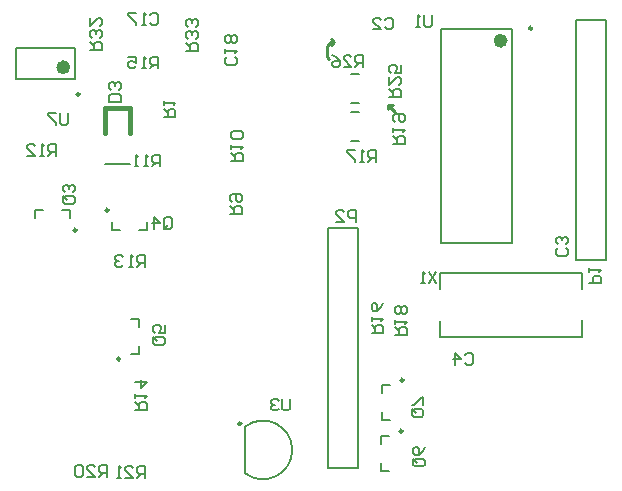
<source format=gbo>
%FSLAX24Y24*%
%MOIN*%
G70*
G01*
G75*
G04 Layer_Color=32896*
%ADD10R,0.0118X0.0295*%
%ADD11R,0.0236X0.0886*%
%ADD12R,0.0591X0.0295*%
%ADD13R,0.0295X0.0591*%
%ADD14R,0.0354X0.0315*%
%ADD15R,0.0315X0.0354*%
%ADD16R,0.0433X0.0492*%
%ADD17R,0.0492X0.0433*%
%ADD18R,0.0480X0.0358*%
%ADD19R,0.0358X0.0480*%
%ADD20R,0.0906X0.0906*%
%ADD21R,0.0354X0.0315*%
%ADD22R,0.0197X0.0236*%
%ADD23R,0.0236X0.0197*%
%ADD24R,0.0827X0.0315*%
%ADD25R,0.0984X0.0315*%
%ADD26R,0.0315X0.0354*%
%ADD27R,0.0886X0.0236*%
%ADD28C,0.0335*%
%ADD29R,0.0846X0.0335*%
%ADD30R,0.0335X0.0846*%
%ADD31C,0.0197*%
%ADD32C,0.0118*%
%ADD33C,0.0157*%
%ADD34C,0.0177*%
%ADD35C,0.0138*%
%ADD36C,0.0591*%
%ADD37R,0.0591X0.0591*%
%ADD38O,0.0669X0.1181*%
%ADD39C,0.0500*%
%ADD40C,0.0394*%
%ADD41R,0.0630X0.1063*%
%ADD42R,0.2165X0.0827*%
%ADD43R,0.0906X0.0236*%
%ADD44C,0.0100*%
%ADD45C,0.0098*%
%ADD46C,0.0236*%
%ADD47C,0.0394*%
%ADD48C,0.0039*%
%ADD49C,0.0079*%
%ADD50C,0.0150*%
%ADD51C,0.0050*%
%ADD52C,0.0070*%
%ADD53C,0.0069*%
%ADD54R,0.0198X0.0375*%
%ADD55R,0.0316X0.0966*%
%ADD56R,0.0671X0.0375*%
%ADD57R,0.0375X0.0671*%
%ADD58R,0.0434X0.0395*%
%ADD59R,0.0395X0.0434*%
%ADD60R,0.0513X0.0572*%
%ADD61R,0.0572X0.0513*%
%ADD62R,0.0560X0.0438*%
%ADD63R,0.0438X0.0560*%
%ADD64R,0.0986X0.0986*%
%ADD65R,0.0434X0.0395*%
%ADD66R,0.0277X0.0316*%
%ADD67R,0.0316X0.0277*%
%ADD68R,0.0907X0.0395*%
%ADD69R,0.1064X0.0395*%
%ADD70R,0.0395X0.0434*%
%ADD71R,0.0966X0.0316*%
%ADD72C,0.0415*%
%ADD73R,0.0926X0.0415*%
%ADD74R,0.0415X0.0926*%
%ADD75C,0.0671*%
%ADD76R,0.0671X0.0671*%
%ADD77O,0.0749X0.1261*%
%ADD78C,0.0580*%
%ADD79R,0.0710X0.1143*%
%ADD80R,0.2245X0.0907*%
%ADD81R,0.0986X0.0316*%
%ADD82C,0.0474*%
D44*
X10866Y14646D02*
X10965Y14744D01*
Y14744D01*
X10866Y14843D02*
X10965Y14744D01*
X10846D02*
X10965D01*
X12756Y12520D02*
Y12638D01*
X12913D01*
X10709Y14606D02*
X10846Y14744D01*
X10709Y14252D02*
X10787Y14173D01*
X10709Y14252D02*
Y14606D01*
X12756Y12638D02*
X12992Y12402D01*
X4140Y12525D02*
X4144Y12521D01*
D45*
X7864Y2018D02*
G03*
X7864Y2018I-49J0D01*
G01*
X2472Y12992D02*
G03*
X2472Y12992I-49J0D01*
G01*
X13238Y1772D02*
G03*
X13238Y1772I-49J0D01*
G01*
X3829Y4173D02*
G03*
X3829Y4173I-49J0D01*
G01*
X3435Y9134D02*
G03*
X3435Y9134I-49J0D01*
G01*
X2372Y8465D02*
G03*
X2372Y8465I-49J0D01*
G01*
X13278Y3465D02*
G03*
X13278Y3465I-49J0D01*
G01*
X17559Y15199D02*
G03*
X17559Y15199I-49J0D01*
G01*
D46*
X2047Y13898D02*
G03*
X2047Y13898I-118J0D01*
G01*
X16624Y14783D02*
G03*
X16624Y14783I-118J0D01*
G01*
D49*
X7992Y362D02*
G03*
X7992Y1921I591J780D01*
G01*
X7992Y362D02*
Y1921D01*
X354Y13504D02*
X2323D01*
X354Y14528D02*
X2323D01*
Y13504D02*
Y14528D01*
X354Y13504D02*
Y14528D01*
X11535Y13681D02*
X11772D01*
X11535Y12697D02*
X11772D01*
X11535Y12421D02*
X11772D01*
X11535Y11437D02*
X11772D01*
X12520Y1614D02*
X12795D01*
X12520Y1339D02*
Y1614D01*
Y433D02*
X12795D01*
X12520D02*
Y709D01*
X4173Y4331D02*
X4449D01*
Y4606D01*
X4173Y5512D02*
X4449D01*
Y5236D02*
Y5512D01*
X3543Y8465D02*
Y8740D01*
Y8465D02*
X3819D01*
X4724D02*
Y8740D01*
X4449Y8465D02*
X4724D01*
X2165Y8858D02*
Y9134D01*
X1890D02*
X2165D01*
X984Y8858D02*
Y9134D01*
X1260D01*
X11760Y524D02*
Y8524D01*
X10760Y524D02*
X11760D01*
X10760D02*
Y8524D01*
X11760D01*
X19028Y7461D02*
Y15461D01*
X20028D01*
Y7461D02*
Y15461D01*
X19028Y7461D02*
X20028D01*
X14488Y7047D02*
X19213D01*
X14488Y4921D02*
X19213D01*
X14488Y6516D02*
Y7047D01*
X19213Y6516D02*
Y7047D01*
X14488Y4921D02*
Y5433D01*
X19213Y4921D02*
Y5463D01*
X12559Y3307D02*
X12835D01*
X12559Y3031D02*
Y3307D01*
Y2126D02*
X12835D01*
X12559D02*
Y2402D01*
X16900Y8051D02*
Y15177D01*
X14518Y8051D02*
Y15177D01*
X16900D01*
X14518Y8051D02*
X16900D01*
D50*
X3337Y12525D02*
X4140D01*
X4144Y11703D02*
Y12521D01*
X3337Y11703D02*
Y12525D01*
D51*
Y10675D02*
X4144D01*
D53*
X9498Y2850D02*
Y2522D01*
X9432Y2457D01*
X9301D01*
X9235Y2522D01*
Y2850D01*
X9104Y2785D02*
X9039Y2850D01*
X8907D01*
X8842Y2785D01*
Y2719D01*
X8907Y2654D01*
X8973D01*
X8907D01*
X8842Y2588D01*
Y2522D01*
X8907Y2457D01*
X9039D01*
X9104Y2522D01*
X2087Y12362D02*
Y12034D01*
X2021Y11968D01*
X1890D01*
X1824Y12034D01*
Y12362D01*
X1693D02*
X1431D01*
Y12296D01*
X1693Y12034D01*
Y11968D01*
X6024Y14449D02*
X6417D01*
Y14646D01*
X6352Y14711D01*
X6220D01*
X6155Y14646D01*
Y14449D01*
Y14580D02*
X6024Y14711D01*
X6352Y14842D02*
X6417Y14908D01*
Y15039D01*
X6352Y15105D01*
X6286D01*
X6220Y15039D01*
Y14974D01*
Y15039D01*
X6155Y15105D01*
X6089D01*
X6024Y15039D01*
Y14908D01*
X6089Y14842D01*
X6352Y15236D02*
X6417Y15302D01*
Y15433D01*
X6352Y15498D01*
X6286D01*
X6220Y15433D01*
Y15367D01*
Y15433D01*
X6155Y15498D01*
X6089D01*
X6024Y15433D01*
Y15302D01*
X6089Y15236D01*
X2835Y14488D02*
X3228D01*
Y14685D01*
X3163Y14751D01*
X3031D01*
X2966Y14685D01*
Y14488D01*
Y14619D02*
X2835Y14751D01*
X3163Y14882D02*
X3228Y14947D01*
Y15079D01*
X3163Y15144D01*
X3097D01*
X3031Y15079D01*
Y15013D01*
Y15079D01*
X2966Y15144D01*
X2900D01*
X2835Y15079D01*
Y14947D01*
X2900Y14882D01*
X2835Y15538D02*
Y15275D01*
X3097Y15538D01*
X3163D01*
X3228Y15472D01*
Y15341D01*
X3163Y15275D01*
X7651Y14239D02*
X7716Y14173D01*
Y14042D01*
X7651Y13976D01*
X7388D01*
X7323Y14042D01*
Y14173D01*
X7388Y14239D01*
X7323Y14370D02*
Y14501D01*
Y14436D01*
X7716D01*
X7651Y14370D01*
Y14698D02*
X7716Y14764D01*
Y14895D01*
X7651Y14960D01*
X7585D01*
X7520Y14895D01*
X7454Y14960D01*
X7388D01*
X7323Y14895D01*
Y14764D01*
X7388Y14698D01*
X7454D01*
X7520Y14764D01*
X7585Y14698D01*
X7651D01*
X7520Y14764D02*
Y14895D01*
X4816Y15643D02*
X4882Y15709D01*
X5013D01*
X5079Y15643D01*
Y15381D01*
X5013Y15315D01*
X4882D01*
X4816Y15381D01*
X4685Y15315D02*
X4554D01*
X4620D01*
Y15709D01*
X4685Y15643D01*
X4357Y15709D02*
X4095D01*
Y15643D01*
X4357Y15381D01*
Y15315D01*
X11929Y13898D02*
Y14291D01*
X11732D01*
X11667Y14226D01*
Y14094D01*
X11732Y14029D01*
X11929D01*
X11798D02*
X11667Y13898D01*
X11273D02*
X11536D01*
X11273Y14160D01*
Y14226D01*
X11339Y14291D01*
X11470D01*
X11536Y14226D01*
X10880Y14291D02*
X11011Y14226D01*
X11142Y14094D01*
Y13963D01*
X11076Y13898D01*
X10945D01*
X10880Y13963D01*
Y14029D01*
X10945Y14094D01*
X11142D01*
X12795Y12913D02*
X13189D01*
Y13110D01*
X13123Y13176D01*
X12992D01*
X12926Y13110D01*
Y12913D01*
Y13045D02*
X12795Y13176D01*
Y13569D02*
Y13307D01*
X13058Y13569D01*
X13123D01*
X13189Y13504D01*
Y13373D01*
X13123Y13307D01*
X13189Y13963D02*
Y13701D01*
X12992D01*
X13058Y13832D01*
Y13897D01*
X12992Y13963D01*
X12861D01*
X12795Y13897D01*
Y13766D01*
X12861Y13701D01*
X4646Y197D02*
Y590D01*
X4449D01*
X4383Y525D01*
Y394D01*
X4449Y328D01*
X4646D01*
X4514D02*
X4383Y197D01*
X3990D02*
X4252D01*
X3990Y459D01*
Y525D01*
X4055Y590D01*
X4187D01*
X4252Y525D01*
X3859Y197D02*
X3727D01*
X3793D01*
Y590D01*
X3859Y525D01*
X3386Y236D02*
Y630D01*
X3189D01*
X3123Y564D01*
Y433D01*
X3189Y367D01*
X3386D01*
X3255D02*
X3123Y236D01*
X2730D02*
X2992D01*
X2730Y499D01*
Y564D01*
X2795Y630D01*
X2927D01*
X2992Y564D01*
X2599D02*
X2533Y630D01*
X2402D01*
X2336Y564D01*
Y302D01*
X2402Y236D01*
X2533D01*
X2599Y302D01*
Y564D01*
X12913Y11339D02*
X13307D01*
Y11535D01*
X13241Y11601D01*
X13110D01*
X13045Y11535D01*
Y11339D01*
Y11470D02*
X12913Y11601D01*
Y11732D02*
Y11863D01*
Y11798D01*
X13307D01*
X13241Y11732D01*
X12979Y12060D02*
X12913Y12126D01*
Y12257D01*
X12979Y12323D01*
X13241D01*
X13307Y12257D01*
Y12126D01*
X13241Y12060D01*
X13176D01*
X13110Y12126D01*
Y12323D01*
X12992Y4961D02*
X13386D01*
Y5157D01*
X13320Y5223D01*
X13189D01*
X13123Y5157D01*
Y4961D01*
Y5092D02*
X12992Y5223D01*
Y5354D02*
Y5485D01*
Y5420D01*
X13386D01*
X13320Y5354D01*
Y5682D02*
X13386Y5748D01*
Y5879D01*
X13320Y5945D01*
X13255D01*
X13189Y5879D01*
X13123Y5945D01*
X13058D01*
X12992Y5879D01*
Y5748D01*
X13058Y5682D01*
X13123D01*
X13189Y5748D01*
X13255Y5682D01*
X13320D01*
X13189Y5748D02*
Y5879D01*
X12362Y10748D02*
Y11142D01*
X12165D01*
X12100Y11076D01*
Y10945D01*
X12165Y10879D01*
X12362D01*
X12231D02*
X12100Y10748D01*
X11969D02*
X11837D01*
X11903D01*
Y11142D01*
X11969Y11076D01*
X11641Y11142D02*
X11378D01*
Y11076D01*
X11641Y10814D01*
Y10748D01*
X5079Y13858D02*
Y14252D01*
X4882D01*
X4816Y14186D01*
Y14055D01*
X4882Y13989D01*
X5079D01*
X4948D02*
X4816Y13858D01*
X4685D02*
X4554D01*
X4620D01*
Y14252D01*
X4685Y14186D01*
X4095Y14252D02*
X4357D01*
Y14055D01*
X4226Y14121D01*
X4160D01*
X4095Y14055D01*
Y13924D01*
X4160Y13858D01*
X4292D01*
X4357Y13924D01*
X4331Y2480D02*
X4724D01*
Y2677D01*
X4659Y2743D01*
X4527D01*
X4462Y2677D01*
Y2480D01*
Y2612D02*
X4331Y2743D01*
Y2874D02*
Y3005D01*
Y2939D01*
X4724D01*
X4659Y2874D01*
X4331Y3399D02*
X4724D01*
X4527Y3202D01*
Y3464D01*
X4646Y7244D02*
Y7638D01*
X4449D01*
X4383Y7572D01*
Y7441D01*
X4449Y7375D01*
X4646D01*
X4514D02*
X4383Y7244D01*
X4252D02*
X4121D01*
X4187D01*
Y7638D01*
X4252Y7572D01*
X3924D02*
X3859Y7638D01*
X3727D01*
X3662Y7572D01*
Y7506D01*
X3727Y7441D01*
X3793D01*
X3727D01*
X3662Y7375D01*
Y7310D01*
X3727Y7244D01*
X3859D01*
X3924Y7310D01*
X1693Y10945D02*
Y11338D01*
X1496D01*
X1431Y11273D01*
Y11142D01*
X1496Y11076D01*
X1693D01*
X1562D02*
X1431Y10945D01*
X1299D02*
X1168D01*
X1234D01*
Y11338D01*
X1299Y11273D01*
X709Y10945D02*
X971D01*
X709Y11207D01*
Y11273D01*
X775Y11338D01*
X906D01*
X971Y11273D01*
X5157Y10591D02*
Y10984D01*
X4961D01*
X4895Y10919D01*
Y10787D01*
X4961Y10722D01*
X5157D01*
X5026D02*
X4895Y10591D01*
X4764D02*
X4633D01*
X4698D01*
Y10984D01*
X4764Y10919D01*
X4436Y10591D02*
X4305D01*
X4370D01*
Y10984D01*
X4436Y10919D01*
X7520Y10787D02*
X7913D01*
Y10984D01*
X7848Y11050D01*
X7716D01*
X7651Y10984D01*
Y10787D01*
Y10919D02*
X7520Y11050D01*
Y11181D02*
Y11312D01*
Y11247D01*
X7913D01*
X7848Y11181D01*
Y11509D02*
X7913Y11575D01*
Y11706D01*
X7848Y11771D01*
X7585D01*
X7520Y11706D01*
Y11575D01*
X7585Y11509D01*
X7848D01*
X7480Y9016D02*
X7874D01*
Y9213D01*
X7808Y9278D01*
X7677D01*
X7612Y9213D01*
Y9016D01*
Y9147D02*
X7480Y9278D01*
X7546Y9409D02*
X7480Y9475D01*
Y9606D01*
X7546Y9672D01*
X7808D01*
X7874Y9606D01*
Y9475D01*
X7808Y9409D01*
X7743D01*
X7677Y9475D01*
Y9672D01*
X5276Y12244D02*
X5669D01*
Y12441D01*
X5604Y12506D01*
X5472D01*
X5407Y12441D01*
Y12244D01*
Y12375D02*
X5276Y12506D01*
Y12638D02*
Y12769D01*
Y12703D01*
X5669D01*
X5604Y12638D01*
X13648Y853D02*
X13911D01*
X13976Y787D01*
Y656D01*
X13911Y591D01*
X13648D01*
X13583Y656D01*
Y787D01*
X13714Y722D02*
X13583Y853D01*
Y787D02*
X13648Y853D01*
X13976Y1247D02*
X13911Y1115D01*
X13779Y984D01*
X13648D01*
X13583Y1050D01*
Y1181D01*
X13648Y1247D01*
X13714D01*
X13779Y1181D01*
Y984D01*
X4987Y4908D02*
X5249D01*
X5315Y4842D01*
Y4711D01*
X5249Y4646D01*
X4987D01*
X4921Y4711D01*
Y4842D01*
X5052Y4777D02*
X4921Y4908D01*
Y4842D02*
X4987Y4908D01*
X5315Y5302D02*
Y5039D01*
X5118D01*
X5184Y5170D01*
Y5236D01*
X5118Y5302D01*
X4987D01*
X4921Y5236D01*
Y5105D01*
X4987Y5039D01*
X5289Y8570D02*
Y8832D01*
X5354Y8898D01*
X5486D01*
X5551Y8832D01*
Y8570D01*
X5486Y8504D01*
X5354D01*
X5420Y8635D02*
X5289Y8504D01*
X5354D02*
X5289Y8570D01*
X4961Y8504D02*
Y8898D01*
X5158Y8701D01*
X4895D01*
X1995Y9593D02*
X2257D01*
X2323Y9528D01*
Y9396D01*
X2257Y9331D01*
X1995D01*
X1929Y9396D01*
Y9528D01*
X2060Y9462D02*
X1929Y9593D01*
Y9528D02*
X1995Y9593D01*
X2257Y9724D02*
X2323Y9790D01*
Y9921D01*
X2257Y9987D01*
X2192D01*
X2126Y9921D01*
Y9855D01*
Y9921D01*
X2060Y9987D01*
X1995D01*
X1929Y9921D01*
Y9790D01*
X1995Y9724D01*
X11693Y8740D02*
Y9134D01*
X11496D01*
X11431Y9068D01*
Y8937D01*
X11496Y8871D01*
X11693D01*
X11037Y8740D02*
X11299D01*
X11037Y9003D01*
Y9068D01*
X11103Y9134D01*
X11234D01*
X11299Y9068D01*
X19449Y6693D02*
X19842D01*
Y6890D01*
X19777Y6955D01*
X19646D01*
X19580Y6890D01*
Y6693D01*
X19449Y7086D02*
Y7218D01*
Y7152D01*
X19842D01*
X19777Y7086D01*
X3858Y12756D02*
X3465D01*
Y12953D01*
X3530Y13018D01*
X3793D01*
X3858Y12953D01*
Y12756D01*
X3793Y13149D02*
X3858Y13215D01*
Y13346D01*
X3793Y13412D01*
X3727D01*
X3661Y13346D01*
Y13281D01*
Y13346D01*
X3596Y13412D01*
X3530D01*
X3465Y13346D01*
Y13215D01*
X3530Y13149D01*
X15328Y4304D02*
X15394Y4370D01*
X15525D01*
X15591Y4304D01*
Y4042D01*
X15525Y3976D01*
X15394D01*
X15328Y4042D01*
X15000Y3976D02*
Y4370D01*
X15197Y4173D01*
X14935D01*
X18674Y7861D02*
X18740Y7795D01*
Y7664D01*
X18674Y7598D01*
X18412D01*
X18346Y7664D01*
Y7795D01*
X18412Y7861D01*
X18674Y7992D02*
X18740Y8058D01*
Y8189D01*
X18674Y8254D01*
X18609D01*
X18543Y8189D01*
Y8123D01*
Y8189D01*
X18478Y8254D01*
X18412D01*
X18346Y8189D01*
Y8058D01*
X18412Y7992D01*
X12651Y15485D02*
X12717Y15551D01*
X12848D01*
X12913Y15485D01*
Y15223D01*
X12848Y15157D01*
X12717D01*
X12651Y15223D01*
X12257Y15157D02*
X12520D01*
X12257Y15420D01*
Y15485D01*
X12323Y15551D01*
X12454D01*
X12520Y15485D01*
X14370Y7086D02*
X14108Y6693D01*
Y7086D02*
X14370Y6693D01*
X13977D02*
X13845D01*
X13911D01*
Y7086D01*
X13977Y7021D01*
X12205Y5039D02*
X12598D01*
Y5236D01*
X12533Y5302D01*
X12402D01*
X12336Y5236D01*
Y5039D01*
Y5171D02*
X12205Y5302D01*
Y5433D02*
Y5564D01*
Y5499D01*
X12598D01*
X12533Y5433D01*
X12598Y6023D02*
X12533Y5892D01*
X12402Y5761D01*
X12270D01*
X12205Y5827D01*
Y5958D01*
X12270Y6023D01*
X12336D01*
X12402Y5958D01*
Y5761D01*
X13609Y2506D02*
X13871D01*
X13937Y2441D01*
Y2310D01*
X13871Y2244D01*
X13609D01*
X13543Y2310D01*
Y2441D01*
X13674Y2375D02*
X13543Y2506D01*
Y2441D02*
X13609Y2506D01*
X13937Y2638D02*
Y2900D01*
X13871D01*
X13609Y2638D01*
X13543D01*
X14213Y15630D02*
Y15302D01*
X14147Y15236D01*
X14016D01*
X13950Y15302D01*
Y15630D01*
X13819Y15236D02*
X13688D01*
X13753D01*
Y15630D01*
X13819Y15564D01*
M02*

</source>
